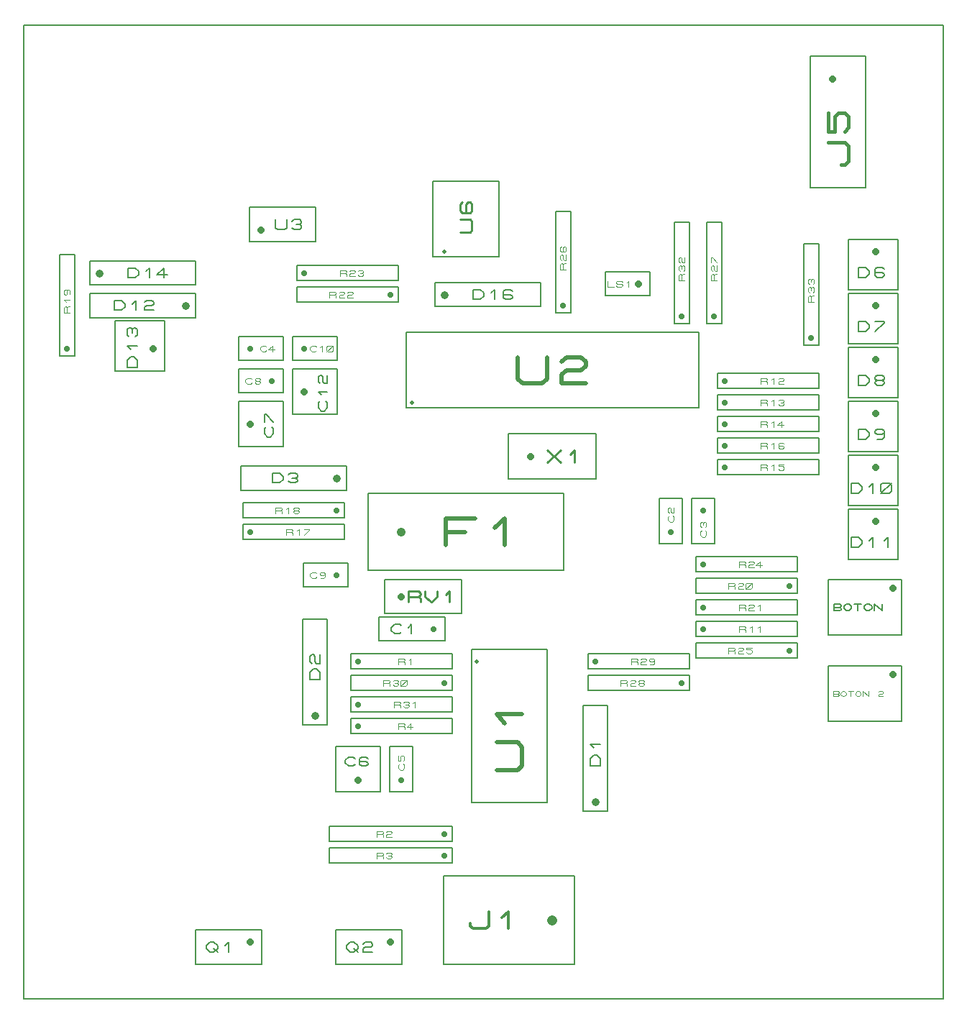
<source format=gbr>
G04 PROTEUS GERBER X2 FILE*
%TF.GenerationSoftware,Labcenter,Proteus,8.15-SP1-Build34318*%
%TF.CreationDate,2023-09-22T11:03:57+00:00*%
%TF.FileFunction,AssemblyDrawing,Top*%
%TF.FilePolarity,Positive*%
%TF.Part,Single*%
%TF.SameCoordinates,{3b519ea3-0d73-4d6d-96f8-eb606e8d3f04}*%
%FSLAX45Y45*%
%MOMM*%
G01*
%TA.AperFunction,Profile*%
%ADD20C,0.203200*%
%TA.AperFunction,Material*%
%ADD21C,0.203200*%
%ADD34C,0.508000*%
%ADD35C,0.490380*%
%ADD36C,1.016000*%
%ADD37C,0.515610*%
%ADD38C,0.711200*%
%ADD39C,0.110230*%
%ADD40C,0.914400*%
%ADD41C,0.186690*%
%ADD42C,0.111760*%
%ADD43C,0.812800*%
%ADD44C,0.169330*%
%ADD45C,0.177800*%
%ADD46C,0.215900*%
%ADD47C,0.194730*%
%ADD48C,1.219200*%
%ADD49C,0.331890*%
%ADD50C,0.507080*%
%ADD51C,0.190500*%
%ADD52C,0.226060*%
%ADD53C,0.389460*%
%ADD54C,0.132990*%
%ADD55C,0.237060*%
%ADD56C,0.096120*%
%TD.AperFunction*%
D20*
X-1143000Y-5496560D02*
X+9687560Y-5496560D01*
X+9687560Y+5969000D01*
X-1143000Y+5969000D01*
X-1143000Y-5496560D01*
D21*
X+4127500Y-3185160D02*
X+5016500Y-3185160D01*
X+5016500Y-1386840D01*
X+4127500Y-1386840D01*
X+4127500Y-3185160D01*
D34*
X+4191000Y-1524000D02*
X+4191000Y-1524000D01*
D35*
X+4424883Y-2808630D02*
X+4670078Y-2808630D01*
X+4719117Y-2753462D01*
X+4719117Y-2532787D01*
X+4670078Y-2477618D01*
X+4424883Y-2477618D01*
X+4522961Y-2256943D02*
X+4424883Y-2146605D01*
X+4719117Y-2146605D01*
D21*
X+2910840Y-454660D02*
X+5217160Y-454660D01*
X+5217160Y+454660D01*
X+2910840Y+454660D01*
X+2910840Y-454660D01*
D36*
X+3302000Y+0D02*
X+3302000Y+0D01*
D37*
X+3820923Y-154686D02*
X+3820923Y+154686D01*
X+4168965Y+154686D01*
X+3820923Y+0D02*
X+4052951Y+0D01*
X+4400994Y+51562D02*
X+4517008Y+154686D01*
X+4517008Y-154686D01*
D21*
X+5499100Y-1866900D02*
X+6692900Y-1866900D01*
X+6692900Y-1689100D01*
X+5499100Y-1689100D01*
X+5499100Y-1866900D01*
D38*
X+6604000Y-1778000D02*
X+6604000Y-1778000D01*
D39*
X+5884952Y-1811071D02*
X+5884952Y-1744930D01*
X+5946959Y-1744930D01*
X+5959361Y-1755953D01*
X+5959361Y-1766977D01*
X+5946959Y-1778000D01*
X+5884952Y-1778000D01*
X+5946959Y-1778000D02*
X+5959361Y-1789024D01*
X+5959361Y-1811071D01*
X+5996565Y-1755953D02*
X+6008967Y-1744930D01*
X+6046171Y-1744930D01*
X+6058573Y-1755953D01*
X+6058573Y-1766977D01*
X+6046171Y-1778000D01*
X+6008967Y-1778000D01*
X+5996565Y-1789024D01*
X+5996565Y-1811071D01*
X+6058573Y-1811071D01*
X+6108179Y-1778000D02*
X+6095777Y-1766977D01*
X+6095777Y-1755953D01*
X+6108179Y-1744930D01*
X+6145383Y-1744930D01*
X+6157785Y-1755953D01*
X+6157785Y-1766977D01*
X+6145383Y-1778000D01*
X+6108179Y-1778000D01*
X+6095777Y-1789024D01*
X+6095777Y-1800048D01*
X+6108179Y-1811071D01*
X+6145383Y-1811071D01*
X+6157785Y-1800048D01*
X+6157785Y-1789024D01*
X+6145383Y-1778000D01*
D21*
X+5499100Y-1612900D02*
X+6692900Y-1612900D01*
X+6692900Y-1435100D01*
X+5499100Y-1435100D01*
X+5499100Y-1612900D01*
D38*
X+5588000Y-1524000D02*
X+5588000Y-1524000D01*
D39*
X+6009412Y-1557071D02*
X+6009412Y-1490930D01*
X+6071419Y-1490930D01*
X+6083821Y-1501953D01*
X+6083821Y-1512977D01*
X+6071419Y-1524000D01*
X+6009412Y-1524000D01*
X+6071419Y-1524000D02*
X+6083821Y-1535024D01*
X+6083821Y-1557071D01*
X+6121025Y-1501953D02*
X+6133427Y-1490930D01*
X+6170631Y-1490930D01*
X+6183033Y-1501953D01*
X+6183033Y-1512977D01*
X+6170631Y-1524000D01*
X+6133427Y-1524000D01*
X+6121025Y-1535024D01*
X+6121025Y-1557071D01*
X+6183033Y-1557071D01*
X+6282245Y-1512977D02*
X+6269843Y-1524000D01*
X+6232639Y-1524000D01*
X+6220237Y-1512977D01*
X+6220237Y-1501953D01*
X+6232639Y-1490930D01*
X+6269843Y-1490930D01*
X+6282245Y-1501953D01*
X+6282245Y-1546048D01*
X+6269843Y-1557071D01*
X+6232639Y-1557071D01*
D21*
X+1435100Y-88900D02*
X+2628900Y-88900D01*
X+2628900Y+88900D01*
X+1435100Y+88900D01*
X+1435100Y-88900D01*
D38*
X+1524000Y+0D02*
X+1524000Y+0D01*
D39*
X+1945412Y-33071D02*
X+1945412Y+33070D01*
X+2007419Y+33070D01*
X+2019821Y+22047D01*
X+2019821Y+11023D01*
X+2007419Y+0D01*
X+1945412Y+0D01*
X+2007419Y+0D02*
X+2019821Y-11024D01*
X+2019821Y-33071D01*
X+2069427Y+11023D02*
X+2094230Y+33070D01*
X+2094230Y-33071D01*
X+2156237Y+33070D02*
X+2218245Y+33070D01*
X+2218245Y+22047D01*
X+2156237Y-33071D01*
D21*
X+1435100Y+165100D02*
X+2628900Y+165100D01*
X+2628900Y+342900D01*
X+1435100Y+342900D01*
X+1435100Y+165100D01*
D38*
X+2540000Y+254000D02*
X+2540000Y+254000D01*
D39*
X+1820952Y+220929D02*
X+1820952Y+287070D01*
X+1882959Y+287070D01*
X+1895361Y+276047D01*
X+1895361Y+265023D01*
X+1882959Y+254000D01*
X+1820952Y+254000D01*
X+1882959Y+254000D02*
X+1895361Y+242976D01*
X+1895361Y+220929D01*
X+1944967Y+265023D02*
X+1969770Y+287070D01*
X+1969770Y+220929D01*
X+2044179Y+254000D02*
X+2031777Y+265023D01*
X+2031777Y+276047D01*
X+2044179Y+287070D01*
X+2081383Y+287070D01*
X+2093785Y+276047D01*
X+2093785Y+265023D01*
X+2081383Y+254000D01*
X+2044179Y+254000D01*
X+2031777Y+242976D01*
X+2031777Y+231952D01*
X+2044179Y+220929D01*
X+2081383Y+220929D01*
X+2093785Y+231952D01*
X+2093785Y+242976D01*
X+2081383Y+254000D01*
D21*
X+1409700Y+490220D02*
X+2654300Y+490220D01*
X+2654300Y+777240D01*
X+1409700Y+777240D01*
X+1409700Y+490220D01*
D40*
X+2540000Y+635000D02*
X+2540000Y+635000D01*
D41*
X+1783969Y+577723D02*
X+1783969Y+689737D01*
X+1867979Y+689737D01*
X+1909984Y+652399D01*
X+1909984Y+615061D01*
X+1867979Y+577723D01*
X+1783969Y+577723D01*
X+1972992Y+671068D02*
X+1993995Y+689737D01*
X+2057003Y+689737D01*
X+2078005Y+671068D01*
X+2078005Y+652399D01*
X+2057003Y+633730D01*
X+2078005Y+615061D01*
X+2078005Y+596392D01*
X+2057003Y+577723D01*
X+1993995Y+577723D01*
X+1972992Y+596392D01*
X+2014997Y+633730D02*
X+2057003Y+633730D01*
D21*
X+2148840Y-645160D02*
X+2677160Y-645160D01*
X+2677160Y-370840D01*
X+2148840Y-370840D01*
X+2148840Y-645160D01*
D38*
X+2540000Y-508000D02*
X+2540000Y-508000D01*
D42*
X+2301494Y-530352D02*
X+2288921Y-541528D01*
X+2251202Y-541528D01*
X+2226056Y-519176D01*
X+2226056Y-496824D01*
X+2251202Y-474472D01*
X+2288921Y-474472D01*
X+2301494Y-485648D01*
X+2402078Y-496824D02*
X+2389505Y-508000D01*
X+2351786Y-508000D01*
X+2339213Y-496824D01*
X+2339213Y-485648D01*
X+2351786Y-474472D01*
X+2389505Y-474472D01*
X+2402078Y-485648D01*
X+2402078Y-530352D01*
X+2389505Y-541528D01*
X+2351786Y-541528D01*
D21*
X+1386840Y+1005840D02*
X+1915160Y+1005840D01*
X+1915160Y+1534160D01*
X+1386840Y+1534160D01*
X+1386840Y+1005840D01*
D43*
X+1524000Y+1270000D02*
X+1524000Y+1270000D01*
D44*
X+1773767Y+1231900D02*
X+1790700Y+1212850D01*
X+1790700Y+1155700D01*
X+1756833Y+1117601D01*
X+1722967Y+1117601D01*
X+1689100Y+1155700D01*
X+1689100Y+1212850D01*
X+1706033Y+1231900D01*
X+1689100Y+1289049D02*
X+1689100Y+1384299D01*
X+1706033Y+1384299D01*
X+1790700Y+1289049D01*
D21*
X+1386840Y+1640840D02*
X+1915160Y+1640840D01*
X+1915160Y+1915160D01*
X+1386840Y+1915160D01*
X+1386840Y+1640840D01*
D38*
X+1778000Y+1778000D02*
X+1778000Y+1778000D01*
D42*
X+1539494Y+1755648D02*
X+1526921Y+1744472D01*
X+1489202Y+1744472D01*
X+1464056Y+1766824D01*
X+1464056Y+1789176D01*
X+1489202Y+1811528D01*
X+1526921Y+1811528D01*
X+1539494Y+1800352D01*
X+1589786Y+1778000D02*
X+1577213Y+1789176D01*
X+1577213Y+1800352D01*
X+1589786Y+1811528D01*
X+1627505Y+1811528D01*
X+1640078Y+1800352D01*
X+1640078Y+1789176D01*
X+1627505Y+1778000D01*
X+1589786Y+1778000D01*
X+1577213Y+1766824D01*
X+1577213Y+1755648D01*
X+1589786Y+1744472D01*
X+1627505Y+1744472D01*
X+1640078Y+1755648D01*
X+1640078Y+1766824D01*
X+1627505Y+1778000D01*
D21*
X+1386840Y+2021840D02*
X+1915160Y+2021840D01*
X+1915160Y+2296160D01*
X+1386840Y+2296160D01*
X+1386840Y+2021840D01*
D38*
X+1524000Y+2159000D02*
X+1524000Y+2159000D01*
D42*
X+1712214Y+2136648D02*
X+1699641Y+2125472D01*
X+1661922Y+2125472D01*
X+1636776Y+2147824D01*
X+1636776Y+2170176D01*
X+1661922Y+2192528D01*
X+1699641Y+2192528D01*
X+1712214Y+2181352D01*
X+1812798Y+2147824D02*
X+1737360Y+2147824D01*
X+1787652Y+2192528D01*
X+1787652Y+2125472D01*
D21*
X+2705100Y-2374900D02*
X+3898900Y-2374900D01*
X+3898900Y-2197100D01*
X+2705100Y-2197100D01*
X+2705100Y-2374900D01*
D38*
X+2794000Y-2286000D02*
X+2794000Y-2286000D01*
D39*
X+3265018Y-2319071D02*
X+3265018Y-2252930D01*
X+3327025Y-2252930D01*
X+3339427Y-2263953D01*
X+3339427Y-2274977D01*
X+3327025Y-2286000D01*
X+3265018Y-2286000D01*
X+3327025Y-2286000D02*
X+3339427Y-2297024D01*
X+3339427Y-2319071D01*
X+3438639Y-2297024D02*
X+3364230Y-2297024D01*
X+3413836Y-2252930D01*
X+3413836Y-2319071D01*
D21*
X+3164840Y-3058160D02*
X+3439160Y-3058160D01*
X+3439160Y-2529840D01*
X+3164840Y-2529840D01*
X+3164840Y-3058160D01*
D38*
X+3302000Y-2921000D02*
X+3302000Y-2921000D01*
D42*
X+3324352Y-2732786D02*
X+3335528Y-2745359D01*
X+3335528Y-2783078D01*
X+3313176Y-2808224D01*
X+3290824Y-2808224D01*
X+3268472Y-2783078D01*
X+3268472Y-2745359D01*
X+3279648Y-2732786D01*
X+3268472Y-2632202D02*
X+3268472Y-2695067D01*
X+3290824Y-2695067D01*
X+3290824Y-2644775D01*
X+3302000Y-2632202D01*
X+3324352Y-2632202D01*
X+3335528Y-2644775D01*
X+3335528Y-2682494D01*
X+3324352Y-2695067D01*
D21*
X+2529840Y-3058160D02*
X+3058160Y-3058160D01*
X+3058160Y-2529840D01*
X+2529840Y-2529840D01*
X+2529840Y-3058160D01*
D43*
X+2794000Y-2921000D02*
X+2794000Y-2921000D01*
D44*
X+2755900Y-2738967D02*
X+2736850Y-2755900D01*
X+2679700Y-2755900D01*
X+2641601Y-2722033D01*
X+2641601Y-2688167D01*
X+2679700Y-2654300D01*
X+2736850Y-2654300D01*
X+2755900Y-2671233D01*
X+2908299Y-2671233D02*
X+2889249Y-2654300D01*
X+2832099Y-2654300D01*
X+2813049Y-2671233D01*
X+2813049Y-2738967D01*
X+2832099Y-2755900D01*
X+2889249Y-2755900D01*
X+2908299Y-2738967D01*
X+2908299Y-2722033D01*
X+2889249Y-2705100D01*
X+2813049Y-2705100D01*
D21*
X+2705100Y-1866900D02*
X+3898900Y-1866900D01*
X+3898900Y-1689100D01*
X+2705100Y-1689100D01*
X+2705100Y-1866900D01*
D38*
X+3810000Y-1778000D02*
X+3810000Y-1778000D01*
D39*
X+3090952Y-1811071D02*
X+3090952Y-1744930D01*
X+3152959Y-1744930D01*
X+3165361Y-1755953D01*
X+3165361Y-1766977D01*
X+3152959Y-1778000D01*
X+3090952Y-1778000D01*
X+3152959Y-1778000D02*
X+3165361Y-1789024D01*
X+3165361Y-1811071D01*
X+3202565Y-1755953D02*
X+3214967Y-1744930D01*
X+3252171Y-1744930D01*
X+3264573Y-1755953D01*
X+3264573Y-1766977D01*
X+3252171Y-1778000D01*
X+3264573Y-1789024D01*
X+3264573Y-1800048D01*
X+3252171Y-1811071D01*
X+3214967Y-1811071D01*
X+3202565Y-1800048D01*
X+3227368Y-1778000D02*
X+3252171Y-1778000D01*
X+3289376Y-1800048D02*
X+3289376Y-1755953D01*
X+3301777Y-1744930D01*
X+3351383Y-1744930D01*
X+3363785Y-1755953D01*
X+3363785Y-1800048D01*
X+3351383Y-1811071D01*
X+3301777Y-1811071D01*
X+3289376Y-1800048D01*
X+3289376Y-1811071D02*
X+3363785Y-1744930D01*
D21*
X+2705100Y-2120900D02*
X+3898900Y-2120900D01*
X+3898900Y-1943100D01*
X+2705100Y-1943100D01*
X+2705100Y-2120900D01*
D38*
X+2794000Y-2032000D02*
X+2794000Y-2032000D01*
D39*
X+3215412Y-2065071D02*
X+3215412Y-1998930D01*
X+3277419Y-1998930D01*
X+3289821Y-2009953D01*
X+3289821Y-2020977D01*
X+3277419Y-2032000D01*
X+3215412Y-2032000D01*
X+3277419Y-2032000D02*
X+3289821Y-2043024D01*
X+3289821Y-2065071D01*
X+3327025Y-2009953D02*
X+3339427Y-1998930D01*
X+3376631Y-1998930D01*
X+3389033Y-2009953D01*
X+3389033Y-2020977D01*
X+3376631Y-2032000D01*
X+3389033Y-2043024D01*
X+3389033Y-2054048D01*
X+3376631Y-2065071D01*
X+3339427Y-2065071D01*
X+3327025Y-2054048D01*
X+3351828Y-2032000D02*
X+3376631Y-2032000D01*
X+3438639Y-2020977D02*
X+3463442Y-1998930D01*
X+3463442Y-2065071D01*
D21*
X+3037840Y-1280160D02*
X+3820160Y-1280160D01*
X+3820160Y-1005840D01*
X+3037840Y-1005840D01*
X+3037840Y-1280160D01*
D38*
X+3683000Y-1143000D02*
X+3683000Y-1143000D01*
D45*
X+3302635Y-1178560D02*
X+3282632Y-1196340D01*
X+3222625Y-1196340D01*
X+3182620Y-1160780D01*
X+3182620Y-1125220D01*
X+3222625Y-1089660D01*
X+3282632Y-1089660D01*
X+3302635Y-1107440D01*
X+3382645Y-1125220D02*
X+3422650Y-1089660D01*
X+3422650Y-1196340D01*
D21*
X+2705100Y-1612900D02*
X+3898900Y-1612900D01*
X+3898900Y-1435100D01*
X+2705100Y-1435100D01*
X+2705100Y-1612900D01*
D38*
X+2794000Y-1524000D02*
X+2794000Y-1524000D01*
D39*
X+3265018Y-1557071D02*
X+3265018Y-1490930D01*
X+3327025Y-1490930D01*
X+3339427Y-1501953D01*
X+3339427Y-1512977D01*
X+3327025Y-1524000D01*
X+3265018Y-1524000D01*
X+3327025Y-1524000D02*
X+3339427Y-1535024D01*
X+3339427Y-1557071D01*
X+3389033Y-1512977D02*
X+3413836Y-1490930D01*
X+3413836Y-1557071D01*
D21*
X+3101340Y-962660D02*
X+4010660Y-962660D01*
X+4010660Y-561340D01*
X+3101340Y-561340D01*
X+3101340Y-962660D01*
D43*
X+3302000Y-762000D02*
X+3302000Y-762000D01*
D46*
X+3385185Y-826770D02*
X+3385185Y-697230D01*
X+3506628Y-697230D01*
X+3530917Y-718820D01*
X+3530917Y-740410D01*
X+3506628Y-762000D01*
X+3385185Y-762000D01*
X+3506628Y-762000D02*
X+3530917Y-783590D01*
X+3530917Y-826770D01*
X+3579495Y-697230D02*
X+3579495Y-762000D01*
X+3652361Y-826770D01*
X+3725227Y-762000D01*
X+3725227Y-697230D01*
X+3822382Y-740410D02*
X+3870960Y-697230D01*
X+3870960Y-826770D01*
D21*
X+878840Y-5090160D02*
X+1661160Y-5090160D01*
X+1661160Y-4688840D01*
X+878840Y-4688840D01*
X+878840Y-5090160D01*
D43*
X+1524000Y-4826000D02*
X+1524000Y-4826000D01*
D47*
X+1005841Y-4870027D02*
X+1049655Y-4831080D01*
X+1093470Y-4831080D01*
X+1137285Y-4870027D01*
X+1137285Y-4908973D01*
X+1093470Y-4947920D01*
X+1049655Y-4947920D01*
X+1005841Y-4908973D01*
X+1005841Y-4870027D01*
X+1093470Y-4908973D02*
X+1137285Y-4947920D01*
X+1224914Y-4870027D02*
X+1268729Y-4831080D01*
X+1268729Y-4947920D01*
D21*
X+2529840Y-5090160D02*
X+3312160Y-5090160D01*
X+3312160Y-4688840D01*
X+2529840Y-4688840D01*
X+2529840Y-5090160D01*
D43*
X+3175000Y-4826000D02*
X+3175000Y-4826000D01*
D47*
X+2656841Y-4870027D02*
X+2700655Y-4831080D01*
X+2744470Y-4831080D01*
X+2788285Y-4870027D01*
X+2788285Y-4908973D01*
X+2744470Y-4947920D01*
X+2700655Y-4947920D01*
X+2656841Y-4908973D01*
X+2656841Y-4870027D01*
X+2744470Y-4908973D02*
X+2788285Y-4947920D01*
X+2854007Y-4850553D02*
X+2875914Y-4831080D01*
X+2941636Y-4831080D01*
X+2963544Y-4850553D01*
X+2963544Y-4870027D01*
X+2941636Y-4889500D01*
X+2875914Y-4889500D01*
X+2854007Y-4908973D01*
X+2854007Y-4947920D01*
X+2963544Y-4947920D01*
D21*
X+3799840Y-5090160D02*
X+5344160Y-5090160D01*
X+5344160Y-4053840D01*
X+3799840Y-4053840D01*
X+3799840Y-5090160D01*
D48*
X+5080000Y-4572000D02*
X+5080000Y-4572000D01*
D49*
X+4110737Y-4605189D02*
X+4110737Y-4638379D01*
X+4148074Y-4671568D01*
X+4297426Y-4671568D01*
X+4334764Y-4638379D01*
X+4334764Y-4472432D01*
X+4484115Y-4538811D02*
X+4558791Y-4472432D01*
X+4558791Y-4671568D01*
D21*
X+2451100Y-3644900D02*
X+3898900Y-3644900D01*
X+3898900Y-3467100D01*
X+2451100Y-3467100D01*
X+2451100Y-3644900D01*
D38*
X+3810000Y-3556000D02*
X+3810000Y-3556000D01*
D39*
X+3013558Y-3589071D02*
X+3013558Y-3522930D01*
X+3075565Y-3522930D01*
X+3087967Y-3533953D01*
X+3087967Y-3544977D01*
X+3075565Y-3556000D01*
X+3013558Y-3556000D01*
X+3075565Y-3556000D02*
X+3087967Y-3567024D01*
X+3087967Y-3589071D01*
X+3125171Y-3533953D02*
X+3137573Y-3522930D01*
X+3174777Y-3522930D01*
X+3187179Y-3533953D01*
X+3187179Y-3544977D01*
X+3174777Y-3556000D01*
X+3137573Y-3556000D01*
X+3125171Y-3567024D01*
X+3125171Y-3589071D01*
X+3187179Y-3589071D01*
D21*
X+2451100Y-3898900D02*
X+3898900Y-3898900D01*
X+3898900Y-3721100D01*
X+2451100Y-3721100D01*
X+2451100Y-3898900D01*
D38*
X+3810000Y-3810000D02*
X+3810000Y-3810000D01*
D39*
X+3013558Y-3843071D02*
X+3013558Y-3776930D01*
X+3075565Y-3776930D01*
X+3087967Y-3787953D01*
X+3087967Y-3798977D01*
X+3075565Y-3810000D01*
X+3013558Y-3810000D01*
X+3075565Y-3810000D02*
X+3087967Y-3821024D01*
X+3087967Y-3843071D01*
X+3125171Y-3787953D02*
X+3137573Y-3776930D01*
X+3174777Y-3776930D01*
X+3187179Y-3787953D01*
X+3187179Y-3798977D01*
X+3174777Y-3810000D01*
X+3187179Y-3821024D01*
X+3187179Y-3832048D01*
X+3174777Y-3843071D01*
X+3137573Y-3843071D01*
X+3125171Y-3832048D01*
X+3149974Y-3810000D02*
X+3174777Y-3810000D01*
D21*
X+3357340Y+1460500D02*
X+6806660Y+1460500D01*
X+6806660Y+2349500D01*
X+3357340Y+2349500D01*
X+3357340Y+1460500D01*
D34*
X+3429000Y+1524000D02*
X+3429000Y+1524000D01*
D50*
X+4674154Y+2057126D02*
X+4674154Y+1803583D01*
X+4731201Y+1752875D01*
X+4959389Y+1752875D01*
X+5016436Y+1803583D01*
X+5016436Y+2057126D01*
X+5187577Y+2006417D02*
X+5244624Y+2057126D01*
X+5415765Y+2057126D01*
X+5472812Y+2006417D01*
X+5472812Y+1955709D01*
X+5415765Y+1905000D01*
X+5244624Y+1905000D01*
X+5187577Y+1854292D01*
X+5187577Y+1752875D01*
X+5472812Y+1752875D01*
D21*
X+1513840Y+3418840D02*
X+2296160Y+3418840D01*
X+2296160Y+3820160D01*
X+1513840Y+3820160D01*
X+1513840Y+3418840D01*
D43*
X+1651000Y+3556000D02*
X+1651000Y+3556000D01*
D47*
X+1818641Y+3677920D02*
X+1818641Y+3580553D01*
X+1840548Y+3561080D01*
X+1928177Y+3561080D01*
X+1950085Y+3580553D01*
X+1950085Y+3677920D01*
X+2015807Y+3658447D02*
X+2037714Y+3677920D01*
X+2103436Y+3677920D01*
X+2125344Y+3658447D01*
X+2125344Y+3638973D01*
X+2103436Y+3619500D01*
X+2125344Y+3600027D01*
X+2125344Y+3580553D01*
X+2103436Y+3561080D01*
X+2037714Y+3561080D01*
X+2015807Y+3580553D01*
X+2059622Y+3619500D02*
X+2103436Y+3619500D01*
D21*
X-368300Y+2522220D02*
X+876300Y+2522220D01*
X+876300Y+2809240D01*
X-368300Y+2809240D01*
X-368300Y+2522220D01*
D40*
X+762000Y+2667000D02*
X+762000Y+2667000D01*
D41*
X-78041Y+2609723D02*
X-78041Y+2721737D01*
X+5969Y+2721737D01*
X+47974Y+2684399D01*
X+47974Y+2647061D01*
X+5969Y+2609723D01*
X-78041Y+2609723D01*
X+131985Y+2684399D02*
X+173990Y+2721737D01*
X+173990Y+2609723D01*
X+279003Y+2703068D02*
X+300006Y+2721737D01*
X+363014Y+2721737D01*
X+384016Y+2703068D01*
X+384016Y+2684399D01*
X+363014Y+2665730D01*
X+300006Y+2665730D01*
X+279003Y+2647061D01*
X+279003Y+2609723D01*
X+384016Y+2609723D01*
D21*
X-73660Y+1894840D02*
X+518160Y+1894840D01*
X+518160Y+2486660D01*
X-73660Y+2486660D01*
X-73660Y+1894840D01*
D43*
X+381000Y+2159000D02*
X+381000Y+2159000D01*
D51*
X+190500Y+1933575D02*
X+76200Y+1933575D01*
X+76200Y+2019300D01*
X+114300Y+2062162D01*
X+152400Y+2062162D01*
X+190500Y+2019300D01*
X+190500Y+1933575D01*
X+114300Y+2147887D02*
X+76200Y+2190750D01*
X+190500Y+2190750D01*
X+95250Y+2297906D02*
X+76200Y+2319337D01*
X+76200Y+2383631D01*
X+95250Y+2405062D01*
X+114300Y+2405062D01*
X+133350Y+2383631D01*
X+152400Y+2405062D01*
X+171450Y+2405062D01*
X+190500Y+2383631D01*
X+190500Y+2319337D01*
X+171450Y+2297906D01*
X+133350Y+2340768D02*
X+133350Y+2383631D01*
D21*
X-368300Y+2905760D02*
X+876300Y+2905760D01*
X+876300Y+3192780D01*
X-368300Y+3192780D01*
X-368300Y+2905760D01*
D40*
X-254000Y+3048000D02*
X-254000Y+3048000D01*
D41*
X+81979Y+2993263D02*
X+81979Y+3105277D01*
X+165989Y+3105277D01*
X+207994Y+3067939D01*
X+207994Y+3030601D01*
X+165989Y+2993263D01*
X+81979Y+2993263D01*
X+292005Y+3067939D02*
X+334010Y+3105277D01*
X+334010Y+2993263D01*
X+544036Y+3030601D02*
X+418021Y+3030601D01*
X+502031Y+3105277D01*
X+502031Y+2993263D01*
D21*
X-723900Y+2070100D02*
X-546100Y+2070100D01*
X-546100Y+3263900D01*
X-723900Y+3263900D01*
X-723900Y+2070100D01*
D38*
X-635000Y+2159000D02*
X-635000Y+2159000D01*
D39*
X-601929Y+2580412D02*
X-668070Y+2580412D01*
X-668070Y+2642419D01*
X-657047Y+2654821D01*
X-646023Y+2654821D01*
X-635000Y+2642419D01*
X-635000Y+2580412D01*
X-635000Y+2642419D02*
X-623976Y+2654821D01*
X-601929Y+2654821D01*
X-646023Y+2704427D02*
X-668070Y+2729230D01*
X-601929Y+2729230D01*
X-646023Y+2853245D02*
X-635000Y+2840843D01*
X-635000Y+2803639D01*
X-646023Y+2791237D01*
X-657047Y+2791237D01*
X-668070Y+2803639D01*
X-668070Y+2840843D01*
X-657047Y+2853245D01*
X-612952Y+2853245D01*
X-601929Y+2840843D01*
X-601929Y+2803639D01*
D21*
X+2021840Y+2021840D02*
X+2550160Y+2021840D01*
X+2550160Y+2296160D01*
X+2021840Y+2296160D01*
X+2021840Y+2021840D01*
D38*
X+2159000Y+2159000D02*
X+2159000Y+2159000D01*
D42*
X+2296922Y+2136648D02*
X+2284349Y+2125472D01*
X+2246630Y+2125472D01*
X+2221484Y+2147824D01*
X+2221484Y+2170176D01*
X+2246630Y+2192528D01*
X+2284349Y+2192528D01*
X+2296922Y+2181352D01*
X+2347214Y+2170176D02*
X+2372360Y+2192528D01*
X+2372360Y+2125472D01*
X+2422652Y+2136648D02*
X+2422652Y+2181352D01*
X+2435225Y+2192528D01*
X+2485517Y+2192528D01*
X+2498090Y+2181352D01*
X+2498090Y+2136648D01*
X+2485517Y+2125472D01*
X+2435225Y+2125472D01*
X+2422652Y+2136648D01*
X+2422652Y+2125472D02*
X+2498090Y+2192528D01*
D21*
X+2021840Y+1386840D02*
X+2550160Y+1386840D01*
X+2550160Y+1915160D01*
X+2021840Y+1915160D01*
X+2021840Y+1386840D01*
D43*
X+2159000Y+1651000D02*
X+2159000Y+1651000D01*
D44*
X+2408767Y+1536701D02*
X+2425700Y+1517651D01*
X+2425700Y+1460501D01*
X+2391833Y+1422402D01*
X+2357967Y+1422402D01*
X+2324100Y+1460501D01*
X+2324100Y+1517651D01*
X+2341033Y+1536701D01*
X+2357967Y+1612900D02*
X+2324100Y+1651000D01*
X+2425700Y+1651000D01*
X+2341033Y+1746249D02*
X+2324100Y+1765299D01*
X+2324100Y+1822449D01*
X+2341033Y+1841499D01*
X+2357967Y+1841499D01*
X+2374900Y+1822449D01*
X+2374900Y+1765299D01*
X+2391833Y+1746249D01*
X+2425700Y+1746249D01*
X+2425700Y+1841499D01*
D21*
X+3672840Y+3238500D02*
X+4455160Y+3238500D01*
X+4455160Y+4127500D01*
X+3672840Y+4127500D01*
X+3672840Y+3238500D01*
D34*
X+3810000Y+3302000D02*
X+3810000Y+3302000D01*
D52*
X+3996182Y+3523996D02*
X+4109212Y+3523996D01*
X+4131818Y+3549427D01*
X+4131818Y+3651154D01*
X+4109212Y+3676586D01*
X+3996182Y+3676586D01*
X+4018788Y+3880040D02*
X+3996182Y+3854608D01*
X+3996182Y+3778313D01*
X+4018788Y+3752881D01*
X+4109212Y+3752881D01*
X+4131818Y+3778313D01*
X+4131818Y+3854608D01*
X+4109212Y+3880040D01*
X+4086606Y+3880040D01*
X+4064000Y+3854608D01*
X+4064000Y+3752881D01*
D21*
X+2070100Y+2705100D02*
X+3263900Y+2705100D01*
X+3263900Y+2882900D01*
X+2070100Y+2882900D01*
X+2070100Y+2705100D01*
D38*
X+3175000Y+2794000D02*
X+3175000Y+2794000D01*
D39*
X+2455952Y+2760929D02*
X+2455952Y+2827070D01*
X+2517959Y+2827070D01*
X+2530361Y+2816047D01*
X+2530361Y+2805023D01*
X+2517959Y+2794000D01*
X+2455952Y+2794000D01*
X+2517959Y+2794000D02*
X+2530361Y+2782976D01*
X+2530361Y+2760929D01*
X+2567565Y+2816047D02*
X+2579967Y+2827070D01*
X+2617171Y+2827070D01*
X+2629573Y+2816047D01*
X+2629573Y+2805023D01*
X+2617171Y+2794000D01*
X+2579967Y+2794000D01*
X+2567565Y+2782976D01*
X+2567565Y+2760929D01*
X+2629573Y+2760929D01*
X+2666777Y+2816047D02*
X+2679179Y+2827070D01*
X+2716383Y+2827070D01*
X+2728785Y+2816047D01*
X+2728785Y+2805023D01*
X+2716383Y+2794000D01*
X+2679179Y+2794000D01*
X+2666777Y+2782976D01*
X+2666777Y+2760929D01*
X+2728785Y+2760929D01*
D21*
X+2070100Y+2959100D02*
X+3263900Y+2959100D01*
X+3263900Y+3136900D01*
X+2070100Y+3136900D01*
X+2070100Y+2959100D01*
D38*
X+2159000Y+3048000D02*
X+2159000Y+3048000D01*
D39*
X+2580412Y+3014929D02*
X+2580412Y+3081070D01*
X+2642419Y+3081070D01*
X+2654821Y+3070047D01*
X+2654821Y+3059023D01*
X+2642419Y+3048000D01*
X+2580412Y+3048000D01*
X+2642419Y+3048000D02*
X+2654821Y+3036976D01*
X+2654821Y+3014929D01*
X+2692025Y+3070047D02*
X+2704427Y+3081070D01*
X+2741631Y+3081070D01*
X+2754033Y+3070047D01*
X+2754033Y+3059023D01*
X+2741631Y+3048000D01*
X+2704427Y+3048000D01*
X+2692025Y+3036976D01*
X+2692025Y+3014929D01*
X+2754033Y+3014929D01*
X+2791237Y+3070047D02*
X+2803639Y+3081070D01*
X+2840843Y+3081070D01*
X+2853245Y+3070047D01*
X+2853245Y+3059023D01*
X+2840843Y+3048000D01*
X+2853245Y+3036976D01*
X+2853245Y+3025952D01*
X+2840843Y+3014929D01*
X+2803639Y+3014929D01*
X+2791237Y+3025952D01*
X+2816040Y+3048000D02*
X+2840843Y+3048000D01*
D21*
X+3695700Y+2651760D02*
X+4940300Y+2651760D01*
X+4940300Y+2938780D01*
X+3695700Y+2938780D01*
X+3695700Y+2651760D01*
D40*
X+3810000Y+2794000D02*
X+3810000Y+2794000D01*
D41*
X+4145979Y+2739263D02*
X+4145979Y+2851277D01*
X+4229989Y+2851277D01*
X+4271994Y+2813939D01*
X+4271994Y+2776601D01*
X+4229989Y+2739263D01*
X+4145979Y+2739263D01*
X+4356005Y+2813939D02*
X+4398010Y+2851277D01*
X+4398010Y+2739263D01*
X+4608036Y+2832608D02*
X+4587034Y+2851277D01*
X+4524026Y+2851277D01*
X+4503023Y+2832608D01*
X+4503023Y+2757932D01*
X+4524026Y+2739263D01*
X+4587034Y+2739263D01*
X+4608036Y+2757932D01*
X+4608036Y+2776601D01*
X+4587034Y+2795270D01*
X+4503023Y+2795270D01*
D21*
X+8562340Y+2847340D02*
X+9154160Y+2847340D01*
X+9154160Y+3439160D01*
X+8562340Y+3439160D01*
X+8562340Y+2847340D01*
D43*
X+8890000Y+3302000D02*
X+8890000Y+3302000D01*
D51*
X+8686800Y+2997200D02*
X+8686800Y+3111500D01*
X+8772525Y+3111500D01*
X+8815387Y+3073400D01*
X+8815387Y+3035300D01*
X+8772525Y+2997200D01*
X+8686800Y+2997200D01*
X+8986837Y+3092450D02*
X+8965406Y+3111500D01*
X+8901112Y+3111500D01*
X+8879681Y+3092450D01*
X+8879681Y+3016250D01*
X+8901112Y+2997200D01*
X+8965406Y+2997200D01*
X+8986837Y+3016250D01*
X+8986837Y+3035300D01*
X+8965406Y+3054350D01*
X+8879681Y+3054350D01*
D21*
X+8562340Y+2212340D02*
X+9154160Y+2212340D01*
X+9154160Y+2804160D01*
X+8562340Y+2804160D01*
X+8562340Y+2212340D01*
D43*
X+8890000Y+2667000D02*
X+8890000Y+2667000D01*
D51*
X+8686800Y+2362200D02*
X+8686800Y+2476500D01*
X+8772525Y+2476500D01*
X+8815387Y+2438400D01*
X+8815387Y+2400300D01*
X+8772525Y+2362200D01*
X+8686800Y+2362200D01*
X+8879681Y+2476500D02*
X+8986837Y+2476500D01*
X+8986837Y+2457450D01*
X+8879681Y+2362200D01*
D21*
X+8562340Y+1577340D02*
X+9154160Y+1577340D01*
X+9154160Y+2169160D01*
X+8562340Y+2169160D01*
X+8562340Y+1577340D01*
D43*
X+8890000Y+2032000D02*
X+8890000Y+2032000D01*
D51*
X+8686800Y+1727200D02*
X+8686800Y+1841500D01*
X+8772525Y+1841500D01*
X+8815387Y+1803400D01*
X+8815387Y+1765300D01*
X+8772525Y+1727200D01*
X+8686800Y+1727200D01*
X+8901112Y+1784350D02*
X+8879681Y+1803400D01*
X+8879681Y+1822450D01*
X+8901112Y+1841500D01*
X+8965406Y+1841500D01*
X+8986837Y+1822450D01*
X+8986837Y+1803400D01*
X+8965406Y+1784350D01*
X+8901112Y+1784350D01*
X+8879681Y+1765300D01*
X+8879681Y+1746250D01*
X+8901112Y+1727200D01*
X+8965406Y+1727200D01*
X+8986837Y+1746250D01*
X+8986837Y+1765300D01*
X+8965406Y+1784350D01*
D21*
X+8562340Y+942340D02*
X+9154160Y+942340D01*
X+9154160Y+1534160D01*
X+8562340Y+1534160D01*
X+8562340Y+942340D01*
D43*
X+8890000Y+1397000D02*
X+8890000Y+1397000D01*
D51*
X+8686800Y+1092200D02*
X+8686800Y+1206500D01*
X+8772525Y+1206500D01*
X+8815387Y+1168400D01*
X+8815387Y+1130300D01*
X+8772525Y+1092200D01*
X+8686800Y+1092200D01*
X+8986837Y+1168400D02*
X+8965406Y+1149350D01*
X+8901112Y+1149350D01*
X+8879681Y+1168400D01*
X+8879681Y+1187450D01*
X+8901112Y+1206500D01*
X+8965406Y+1206500D01*
X+8986837Y+1187450D01*
X+8986837Y+1111250D01*
X+8965406Y+1092200D01*
X+8901112Y+1092200D01*
D21*
X+8562340Y+307340D02*
X+9154160Y+307340D01*
X+9154160Y+899160D01*
X+8562340Y+899160D01*
X+8562340Y+307340D01*
D43*
X+8890000Y+762000D02*
X+8890000Y+762000D01*
D51*
X+8601075Y+457200D02*
X+8601075Y+571500D01*
X+8686800Y+571500D01*
X+8729662Y+533400D01*
X+8729662Y+495300D01*
X+8686800Y+457200D01*
X+8601075Y+457200D01*
X+8815387Y+533400D02*
X+8858250Y+571500D01*
X+8858250Y+457200D01*
X+8943975Y+476250D02*
X+8943975Y+552450D01*
X+8965406Y+571500D01*
X+9051131Y+571500D01*
X+9072562Y+552450D01*
X+9072562Y+476250D01*
X+9051131Y+457200D01*
X+8965406Y+457200D01*
X+8943975Y+476250D01*
X+8943975Y+457200D02*
X+9072562Y+571500D01*
D21*
X+8562340Y-327660D02*
X+9154160Y-327660D01*
X+9154160Y+264160D01*
X+8562340Y+264160D01*
X+8562340Y-327660D01*
D43*
X+8890000Y+127000D02*
X+8890000Y+127000D01*
D51*
X+8601075Y-177800D02*
X+8601075Y-63500D01*
X+8686800Y-63500D01*
X+8729662Y-101600D01*
X+8729662Y-139700D01*
X+8686800Y-177800D01*
X+8601075Y-177800D01*
X+8815387Y-101600D02*
X+8858250Y-63500D01*
X+8858250Y-177800D01*
X+8986837Y-101600D02*
X+9029700Y-63500D01*
X+9029700Y-177800D01*
D21*
X+8117840Y+4053840D02*
X+8773160Y+4053840D01*
X+8773160Y+5598160D01*
X+8117840Y+5598160D01*
X+8117840Y+4053840D01*
D43*
X+8382000Y+5334000D02*
X+8382000Y+5334000D01*
D53*
X+8484447Y+4323081D02*
X+8523394Y+4323081D01*
X+8562340Y+4366895D01*
X+8562340Y+4542155D01*
X+8523394Y+4585970D01*
X+8328661Y+4585970D01*
X+8328661Y+4936489D02*
X+8328661Y+4717414D01*
X+8406554Y+4717414D01*
X+8406554Y+4892674D01*
X+8445500Y+4936489D01*
X+8523394Y+4936489D01*
X+8562340Y+4892674D01*
X+8562340Y+4761229D01*
X+8523394Y+4717414D01*
D21*
X+7023100Y+1689100D02*
X+8216900Y+1689100D01*
X+8216900Y+1866900D01*
X+7023100Y+1866900D01*
X+7023100Y+1689100D01*
D38*
X+7112000Y+1778000D02*
X+7112000Y+1778000D01*
D39*
X+7533412Y+1744929D02*
X+7533412Y+1811070D01*
X+7595419Y+1811070D01*
X+7607821Y+1800047D01*
X+7607821Y+1789023D01*
X+7595419Y+1778000D01*
X+7533412Y+1778000D01*
X+7595419Y+1778000D02*
X+7607821Y+1766976D01*
X+7607821Y+1744929D01*
X+7657427Y+1789023D02*
X+7682230Y+1811070D01*
X+7682230Y+1744929D01*
X+7744237Y+1800047D02*
X+7756639Y+1811070D01*
X+7793843Y+1811070D01*
X+7806245Y+1800047D01*
X+7806245Y+1789023D01*
X+7793843Y+1778000D01*
X+7756639Y+1778000D01*
X+7744237Y+1766976D01*
X+7744237Y+1744929D01*
X+7806245Y+1744929D01*
D21*
X+7023100Y+1435100D02*
X+8216900Y+1435100D01*
X+8216900Y+1612900D01*
X+7023100Y+1612900D01*
X+7023100Y+1435100D01*
D38*
X+7112000Y+1524000D02*
X+7112000Y+1524000D01*
D39*
X+7533412Y+1490929D02*
X+7533412Y+1557070D01*
X+7595419Y+1557070D01*
X+7607821Y+1546047D01*
X+7607821Y+1535023D01*
X+7595419Y+1524000D01*
X+7533412Y+1524000D01*
X+7595419Y+1524000D02*
X+7607821Y+1512976D01*
X+7607821Y+1490929D01*
X+7657427Y+1535023D02*
X+7682230Y+1557070D01*
X+7682230Y+1490929D01*
X+7744237Y+1546047D02*
X+7756639Y+1557070D01*
X+7793843Y+1557070D01*
X+7806245Y+1546047D01*
X+7806245Y+1535023D01*
X+7793843Y+1524000D01*
X+7806245Y+1512976D01*
X+7806245Y+1501952D01*
X+7793843Y+1490929D01*
X+7756639Y+1490929D01*
X+7744237Y+1501952D01*
X+7769040Y+1524000D02*
X+7793843Y+1524000D01*
D21*
X+7023100Y+1181100D02*
X+8216900Y+1181100D01*
X+8216900Y+1358900D01*
X+7023100Y+1358900D01*
X+7023100Y+1181100D01*
D38*
X+7112000Y+1270000D02*
X+7112000Y+1270000D01*
D39*
X+7533412Y+1236929D02*
X+7533412Y+1303070D01*
X+7595419Y+1303070D01*
X+7607821Y+1292047D01*
X+7607821Y+1281023D01*
X+7595419Y+1270000D01*
X+7533412Y+1270000D01*
X+7595419Y+1270000D02*
X+7607821Y+1258976D01*
X+7607821Y+1236929D01*
X+7657427Y+1281023D02*
X+7682230Y+1303070D01*
X+7682230Y+1236929D01*
X+7806245Y+1258976D02*
X+7731836Y+1258976D01*
X+7781442Y+1303070D01*
X+7781442Y+1236929D01*
D21*
X+7023100Y+673100D02*
X+8216900Y+673100D01*
X+8216900Y+850900D01*
X+7023100Y+850900D01*
X+7023100Y+673100D01*
D38*
X+7112000Y+762000D02*
X+7112000Y+762000D01*
D39*
X+7533412Y+728929D02*
X+7533412Y+795070D01*
X+7595419Y+795070D01*
X+7607821Y+784047D01*
X+7607821Y+773023D01*
X+7595419Y+762000D01*
X+7533412Y+762000D01*
X+7595419Y+762000D02*
X+7607821Y+750976D01*
X+7607821Y+728929D01*
X+7657427Y+773023D02*
X+7682230Y+795070D01*
X+7682230Y+728929D01*
X+7806245Y+795070D02*
X+7744237Y+795070D01*
X+7744237Y+773023D01*
X+7793843Y+773023D01*
X+7806245Y+762000D01*
X+7806245Y+739952D01*
X+7793843Y+728929D01*
X+7756639Y+728929D01*
X+7744237Y+739952D01*
D21*
X+7023100Y+927100D02*
X+8216900Y+927100D01*
X+8216900Y+1104900D01*
X+7023100Y+1104900D01*
X+7023100Y+927100D01*
D38*
X+7112000Y+1016000D02*
X+7112000Y+1016000D01*
D39*
X+7533412Y+982929D02*
X+7533412Y+1049070D01*
X+7595419Y+1049070D01*
X+7607821Y+1038047D01*
X+7607821Y+1027023D01*
X+7595419Y+1016000D01*
X+7533412Y+1016000D01*
X+7595419Y+1016000D02*
X+7607821Y+1004976D01*
X+7607821Y+982929D01*
X+7657427Y+1027023D02*
X+7682230Y+1049070D01*
X+7682230Y+982929D01*
X+7806245Y+1038047D02*
X+7793843Y+1049070D01*
X+7756639Y+1049070D01*
X+7744237Y+1038047D01*
X+7744237Y+993952D01*
X+7756639Y+982929D01*
X+7793843Y+982929D01*
X+7806245Y+993952D01*
X+7806245Y+1004976D01*
X+7793843Y+1016000D01*
X+7744237Y+1016000D01*
D21*
X+8331400Y-1215600D02*
X+9194600Y-1215600D01*
X+9194600Y-562400D01*
X+8331400Y-562400D01*
X+8331400Y-1215600D01*
D43*
X+9093000Y-664000D02*
X+9093000Y-664000D01*
D54*
X+8392650Y-928898D02*
X+8392650Y-849103D01*
X+8467457Y-849103D01*
X+8482419Y-862402D01*
X+8482419Y-875701D01*
X+8467457Y-889000D01*
X+8482419Y-902300D01*
X+8482419Y-915599D01*
X+8467457Y-928898D01*
X+8392650Y-928898D01*
X+8392650Y-889000D02*
X+8467457Y-889000D01*
X+8512342Y-875701D02*
X+8542265Y-849103D01*
X+8572188Y-849103D01*
X+8602111Y-875701D01*
X+8602111Y-902300D01*
X+8572188Y-928898D01*
X+8542265Y-928898D01*
X+8512342Y-902300D01*
X+8512342Y-875701D01*
X+8632034Y-849103D02*
X+8721803Y-849103D01*
X+8676918Y-849103D02*
X+8676918Y-928898D01*
X+8751726Y-875701D02*
X+8781649Y-849103D01*
X+8811572Y-849103D01*
X+8841495Y-875701D01*
X+8841495Y-902300D01*
X+8811572Y-928898D01*
X+8781649Y-928898D01*
X+8751726Y-902300D01*
X+8751726Y-875701D01*
X+8871418Y-928898D02*
X+8871418Y-849103D01*
X+8961187Y-928898D01*
X+8961187Y-849103D01*
D21*
X+6769100Y-723900D02*
X+7962900Y-723900D01*
X+7962900Y-546100D01*
X+6769100Y-546100D01*
X+6769100Y-723900D01*
D38*
X+7874000Y-635000D02*
X+7874000Y-635000D01*
D39*
X+7154952Y-668071D02*
X+7154952Y-601930D01*
X+7216959Y-601930D01*
X+7229361Y-612953D01*
X+7229361Y-623977D01*
X+7216959Y-635000D01*
X+7154952Y-635000D01*
X+7216959Y-635000D02*
X+7229361Y-646024D01*
X+7229361Y-668071D01*
X+7266565Y-612953D02*
X+7278967Y-601930D01*
X+7316171Y-601930D01*
X+7328573Y-612953D01*
X+7328573Y-623977D01*
X+7316171Y-635000D01*
X+7278967Y-635000D01*
X+7266565Y-646024D01*
X+7266565Y-668071D01*
X+7328573Y-668071D01*
X+7353376Y-657048D02*
X+7353376Y-612953D01*
X+7365777Y-601930D01*
X+7415383Y-601930D01*
X+7427785Y-612953D01*
X+7427785Y-657048D01*
X+7415383Y-668071D01*
X+7365777Y-668071D01*
X+7353376Y-657048D01*
X+7353376Y-668071D02*
X+7427785Y-601930D01*
D21*
X+6769100Y-977900D02*
X+7962900Y-977900D01*
X+7962900Y-800100D01*
X+6769100Y-800100D01*
X+6769100Y-977900D01*
D38*
X+6858000Y-889000D02*
X+6858000Y-889000D01*
D39*
X+7279412Y-922071D02*
X+7279412Y-855930D01*
X+7341419Y-855930D01*
X+7353821Y-866953D01*
X+7353821Y-877977D01*
X+7341419Y-889000D01*
X+7279412Y-889000D01*
X+7341419Y-889000D02*
X+7353821Y-900024D01*
X+7353821Y-922071D01*
X+7391025Y-866953D02*
X+7403427Y-855930D01*
X+7440631Y-855930D01*
X+7453033Y-866953D01*
X+7453033Y-877977D01*
X+7440631Y-889000D01*
X+7403427Y-889000D01*
X+7391025Y-900024D01*
X+7391025Y-922071D01*
X+7453033Y-922071D01*
X+7502639Y-877977D02*
X+7527442Y-855930D01*
X+7527442Y-922071D01*
D21*
X+4561840Y+624840D02*
X+5598160Y+624840D01*
X+5598160Y+1153160D01*
X+4561840Y+1153160D01*
X+4561840Y+624840D01*
D43*
X+4826000Y+889000D02*
X+4826000Y+889000D01*
D55*
X+5019041Y+960119D02*
X+5179060Y+817880D01*
X+5019041Y+817880D02*
X+5179060Y+960119D01*
X+5285739Y+912706D02*
X+5339079Y+960119D01*
X+5339079Y+817880D01*
D21*
X+6339840Y-137160D02*
X+6614160Y-137160D01*
X+6614160Y+391160D01*
X+6339840Y+391160D01*
X+6339840Y-137160D01*
D38*
X+6477000Y+0D02*
X+6477000Y+0D01*
D42*
X+6499352Y+188214D02*
X+6510528Y+175641D01*
X+6510528Y+137922D01*
X+6488176Y+112776D01*
X+6465824Y+112776D01*
X+6443472Y+137922D01*
X+6443472Y+175641D01*
X+6454648Y+188214D01*
X+6454648Y+225933D02*
X+6443472Y+238506D01*
X+6443472Y+276225D01*
X+6454648Y+288798D01*
X+6465824Y+288798D01*
X+6477000Y+276225D01*
X+6477000Y+238506D01*
X+6488176Y+225933D01*
X+6510528Y+225933D01*
X+6510528Y+288798D01*
D21*
X+6720840Y-137160D02*
X+6995160Y-137160D01*
X+6995160Y+391160D01*
X+6720840Y+391160D01*
X+6720840Y-137160D01*
D38*
X+6858000Y+254000D02*
X+6858000Y+254000D01*
D42*
X+6880352Y+15494D02*
X+6891528Y+2921D01*
X+6891528Y-34798D01*
X+6869176Y-59944D01*
X+6846824Y-59944D01*
X+6824472Y-34798D01*
X+6824472Y+2921D01*
X+6835648Y+15494D01*
X+6835648Y+53213D02*
X+6824472Y+65786D01*
X+6824472Y+103505D01*
X+6835648Y+116078D01*
X+6846824Y+116078D01*
X+6858000Y+103505D01*
X+6869176Y+116078D01*
X+6880352Y+116078D01*
X+6891528Y+103505D01*
X+6891528Y+65786D01*
X+6880352Y+53213D01*
X+6858000Y+78359D02*
X+6858000Y+103505D01*
D21*
X+5704840Y+2783840D02*
X+6233160Y+2783840D01*
X+6233160Y+3058160D01*
X+5704840Y+3058160D01*
X+5704840Y+2783840D01*
D43*
X+6096000Y+2921000D02*
X+6096000Y+2921000D01*
D39*
X+5731512Y+2954019D02*
X+5731512Y+2887980D01*
X+5805806Y+2887980D01*
X+5830571Y+2898986D02*
X+5842953Y+2887980D01*
X+5892482Y+2887980D01*
X+5904865Y+2898986D01*
X+5904865Y+2909993D01*
X+5892482Y+2921000D01*
X+5842953Y+2921000D01*
X+5830571Y+2932006D01*
X+5830571Y+2943013D01*
X+5842953Y+2954019D01*
X+5892482Y+2954019D01*
X+5904865Y+2943013D01*
X+5954394Y+2932006D02*
X+5979159Y+2954019D01*
X+5979159Y+2887980D01*
D21*
X+5443220Y-3289300D02*
X+5730240Y-3289300D01*
X+5730240Y-2044700D01*
X+5443220Y-2044700D01*
X+5443220Y-3289300D01*
D40*
X+5588000Y-3175000D02*
X+5588000Y-3175000D01*
D41*
X+5642737Y-2755011D02*
X+5530723Y-2755011D01*
X+5530723Y-2671001D01*
X+5568061Y-2628996D01*
X+5605399Y-2628996D01*
X+5642737Y-2671001D01*
X+5642737Y-2755011D01*
X+5568061Y-2544985D02*
X+5530723Y-2502980D01*
X+5642737Y-2502980D01*
D21*
X+2141220Y-2273300D02*
X+2428240Y-2273300D01*
X+2428240Y-1028700D01*
X+2141220Y-1028700D01*
X+2141220Y-2273300D01*
D40*
X+2286000Y-2159000D02*
X+2286000Y-2159000D01*
D41*
X+2340737Y-1739011D02*
X+2228723Y-1739011D01*
X+2228723Y-1655001D01*
X+2266061Y-1612996D01*
X+2303399Y-1612996D01*
X+2340737Y-1655001D01*
X+2340737Y-1739011D01*
X+2247392Y-1549988D02*
X+2228723Y-1528985D01*
X+2228723Y-1465977D01*
X+2247392Y-1444975D01*
X+2266061Y-1444975D01*
X+2284730Y-1465977D01*
X+2284730Y-1528985D01*
X+2303399Y-1549988D01*
X+2340737Y-1549988D01*
X+2340737Y-1444975D01*
D21*
X+8331400Y-2231600D02*
X+9194600Y-2231600D01*
X+9194600Y-1578400D01*
X+8331400Y-1578400D01*
X+8331400Y-2231600D01*
D43*
X+9093000Y-1680000D02*
X+9093000Y-1680000D01*
D56*
X+8389081Y-1933838D02*
X+8389081Y-1876162D01*
X+8443152Y-1876162D01*
X+8453966Y-1885775D01*
X+8453966Y-1895387D01*
X+8443152Y-1905000D01*
X+8453966Y-1914613D01*
X+8453966Y-1924225D01*
X+8443152Y-1933838D01*
X+8389081Y-1933838D01*
X+8389081Y-1905000D02*
X+8443152Y-1905000D01*
X+8475595Y-1895387D02*
X+8497223Y-1876162D01*
X+8518852Y-1876162D01*
X+8540480Y-1895387D01*
X+8540480Y-1914613D01*
X+8518852Y-1933838D01*
X+8497223Y-1933838D01*
X+8475595Y-1914613D01*
X+8475595Y-1895387D01*
X+8562109Y-1876162D02*
X+8626994Y-1876162D01*
X+8594551Y-1876162D02*
X+8594551Y-1933838D01*
X+8648623Y-1895387D02*
X+8670251Y-1876162D01*
X+8691880Y-1876162D01*
X+8713508Y-1895387D01*
X+8713508Y-1914613D01*
X+8691880Y-1933838D01*
X+8670251Y-1933838D01*
X+8648623Y-1914613D01*
X+8648623Y-1895387D01*
X+8735137Y-1933838D02*
X+8735137Y-1876162D01*
X+8800022Y-1933838D01*
X+8800022Y-1876162D01*
X+8918979Y-1885775D02*
X+8929793Y-1876162D01*
X+8962236Y-1876162D01*
X+8973050Y-1885775D01*
X+8973050Y-1895387D01*
X+8962236Y-1905000D01*
X+8929793Y-1905000D01*
X+8918979Y-1914613D01*
X+8918979Y-1933838D01*
X+8973050Y-1933838D01*
D21*
X+6769100Y-1231900D02*
X+7962900Y-1231900D01*
X+7962900Y-1054100D01*
X+6769100Y-1054100D01*
X+6769100Y-1231900D01*
D38*
X+6858000Y-1143000D02*
X+6858000Y-1143000D01*
D39*
X+7279412Y-1176071D02*
X+7279412Y-1109930D01*
X+7341419Y-1109930D01*
X+7353821Y-1120953D01*
X+7353821Y-1131977D01*
X+7341419Y-1143000D01*
X+7279412Y-1143000D01*
X+7341419Y-1143000D02*
X+7353821Y-1154024D01*
X+7353821Y-1176071D01*
X+7403427Y-1131977D02*
X+7428230Y-1109930D01*
X+7428230Y-1176071D01*
X+7502639Y-1131977D02*
X+7527442Y-1109930D01*
X+7527442Y-1176071D01*
D21*
X+6769100Y-469900D02*
X+7962900Y-469900D01*
X+7962900Y-292100D01*
X+6769100Y-292100D01*
X+6769100Y-469900D01*
D38*
X+6858000Y-381000D02*
X+6858000Y-381000D01*
D39*
X+7279412Y-414071D02*
X+7279412Y-347930D01*
X+7341419Y-347930D01*
X+7353821Y-358953D01*
X+7353821Y-369977D01*
X+7341419Y-381000D01*
X+7279412Y-381000D01*
X+7341419Y-381000D02*
X+7353821Y-392024D01*
X+7353821Y-414071D01*
X+7391025Y-358953D02*
X+7403427Y-347930D01*
X+7440631Y-347930D01*
X+7453033Y-358953D01*
X+7453033Y-369977D01*
X+7440631Y-381000D01*
X+7403427Y-381000D01*
X+7391025Y-392024D01*
X+7391025Y-414071D01*
X+7453033Y-414071D01*
X+7552245Y-392024D02*
X+7477836Y-392024D01*
X+7527442Y-347930D01*
X+7527442Y-414071D01*
D21*
X+6769100Y-1485900D02*
X+7962900Y-1485900D01*
X+7962900Y-1308100D01*
X+6769100Y-1308100D01*
X+6769100Y-1485900D01*
D38*
X+7874000Y-1397000D02*
X+7874000Y-1397000D01*
D39*
X+7154952Y-1430071D02*
X+7154952Y-1363930D01*
X+7216959Y-1363930D01*
X+7229361Y-1374953D01*
X+7229361Y-1385977D01*
X+7216959Y-1397000D01*
X+7154952Y-1397000D01*
X+7216959Y-1397000D02*
X+7229361Y-1408024D01*
X+7229361Y-1430071D01*
X+7266565Y-1374953D02*
X+7278967Y-1363930D01*
X+7316171Y-1363930D01*
X+7328573Y-1374953D01*
X+7328573Y-1385977D01*
X+7316171Y-1397000D01*
X+7278967Y-1397000D01*
X+7266565Y-1408024D01*
X+7266565Y-1430071D01*
X+7328573Y-1430071D01*
X+7427785Y-1363930D02*
X+7365777Y-1363930D01*
X+7365777Y-1385977D01*
X+7415383Y-1385977D01*
X+7427785Y-1397000D01*
X+7427785Y-1419048D01*
X+7415383Y-1430071D01*
X+7378179Y-1430071D01*
X+7365777Y-1419048D01*
D21*
X+5118100Y+2578100D02*
X+5295900Y+2578100D01*
X+5295900Y+3771900D01*
X+5118100Y+3771900D01*
X+5118100Y+2578100D01*
D38*
X+5207000Y+2667000D02*
X+5207000Y+2667000D01*
D39*
X+5240071Y+3088412D02*
X+5173930Y+3088412D01*
X+5173930Y+3150419D01*
X+5184953Y+3162821D01*
X+5195977Y+3162821D01*
X+5207000Y+3150419D01*
X+5207000Y+3088412D01*
X+5207000Y+3150419D02*
X+5218024Y+3162821D01*
X+5240071Y+3162821D01*
X+5184953Y+3200025D02*
X+5173930Y+3212427D01*
X+5173930Y+3249631D01*
X+5184953Y+3262033D01*
X+5195977Y+3262033D01*
X+5207000Y+3249631D01*
X+5207000Y+3212427D01*
X+5218024Y+3200025D01*
X+5240071Y+3200025D01*
X+5240071Y+3262033D01*
X+5184953Y+3361245D02*
X+5173930Y+3348843D01*
X+5173930Y+3311639D01*
X+5184953Y+3299237D01*
X+5229048Y+3299237D01*
X+5240071Y+3311639D01*
X+5240071Y+3348843D01*
X+5229048Y+3361245D01*
X+5218024Y+3361245D01*
X+5207000Y+3348843D01*
X+5207000Y+3299237D01*
D21*
X+6896100Y+2451100D02*
X+7073900Y+2451100D01*
X+7073900Y+3644900D01*
X+6896100Y+3644900D01*
X+6896100Y+2451100D01*
D38*
X+6985000Y+2540000D02*
X+6985000Y+2540000D01*
D39*
X+7018071Y+2961412D02*
X+6951930Y+2961412D01*
X+6951930Y+3023419D01*
X+6962953Y+3035821D01*
X+6973977Y+3035821D01*
X+6985000Y+3023419D01*
X+6985000Y+2961412D01*
X+6985000Y+3023419D02*
X+6996024Y+3035821D01*
X+7018071Y+3035821D01*
X+6962953Y+3073025D02*
X+6951930Y+3085427D01*
X+6951930Y+3122631D01*
X+6962953Y+3135033D01*
X+6973977Y+3135033D01*
X+6985000Y+3122631D01*
X+6985000Y+3085427D01*
X+6996024Y+3073025D01*
X+7018071Y+3073025D01*
X+7018071Y+3135033D01*
X+6951930Y+3172237D02*
X+6951930Y+3234245D01*
X+6962953Y+3234245D01*
X+7018071Y+3172237D01*
D21*
X+6515100Y+2451100D02*
X+6692900Y+2451100D01*
X+6692900Y+3644900D01*
X+6515100Y+3644900D01*
X+6515100Y+2451100D01*
D38*
X+6604000Y+2540000D02*
X+6604000Y+2540000D01*
D39*
X+6637071Y+2961412D02*
X+6570930Y+2961412D01*
X+6570930Y+3023419D01*
X+6581953Y+3035821D01*
X+6592977Y+3035821D01*
X+6604000Y+3023419D01*
X+6604000Y+2961412D01*
X+6604000Y+3023419D02*
X+6615024Y+3035821D01*
X+6637071Y+3035821D01*
X+6581953Y+3073025D02*
X+6570930Y+3085427D01*
X+6570930Y+3122631D01*
X+6581953Y+3135033D01*
X+6592977Y+3135033D01*
X+6604000Y+3122631D01*
X+6615024Y+3135033D01*
X+6626048Y+3135033D01*
X+6637071Y+3122631D01*
X+6637071Y+3085427D01*
X+6626048Y+3073025D01*
X+6604000Y+3097828D02*
X+6604000Y+3122631D01*
X+6581953Y+3172237D02*
X+6570930Y+3184639D01*
X+6570930Y+3221843D01*
X+6581953Y+3234245D01*
X+6592977Y+3234245D01*
X+6604000Y+3221843D01*
X+6604000Y+3184639D01*
X+6615024Y+3172237D01*
X+6637071Y+3172237D01*
X+6637071Y+3234245D01*
D21*
X+8039100Y+2197100D02*
X+8216900Y+2197100D01*
X+8216900Y+3390900D01*
X+8039100Y+3390900D01*
X+8039100Y+2197100D01*
D38*
X+8128000Y+2286000D02*
X+8128000Y+2286000D01*
D39*
X+8161071Y+2707412D02*
X+8094930Y+2707412D01*
X+8094930Y+2769419D01*
X+8105953Y+2781821D01*
X+8116977Y+2781821D01*
X+8128000Y+2769419D01*
X+8128000Y+2707412D01*
X+8128000Y+2769419D02*
X+8139024Y+2781821D01*
X+8161071Y+2781821D01*
X+8105953Y+2819025D02*
X+8094930Y+2831427D01*
X+8094930Y+2868631D01*
X+8105953Y+2881033D01*
X+8116977Y+2881033D01*
X+8128000Y+2868631D01*
X+8139024Y+2881033D01*
X+8150048Y+2881033D01*
X+8161071Y+2868631D01*
X+8161071Y+2831427D01*
X+8150048Y+2819025D01*
X+8128000Y+2843828D02*
X+8128000Y+2868631D01*
X+8105953Y+2918237D02*
X+8094930Y+2930639D01*
X+8094930Y+2967843D01*
X+8105953Y+2980245D01*
X+8116977Y+2980245D01*
X+8128000Y+2967843D01*
X+8139024Y+2980245D01*
X+8150048Y+2980245D01*
X+8161071Y+2967843D01*
X+8161071Y+2930639D01*
X+8150048Y+2918237D01*
X+8128000Y+2943040D02*
X+8128000Y+2967843D01*
M02*

</source>
